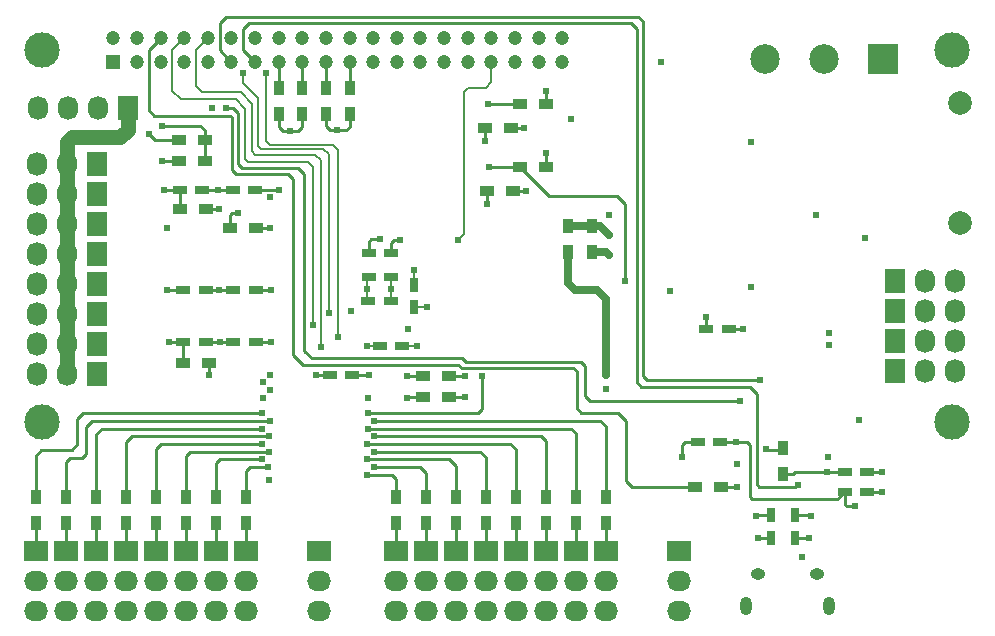
<source format=gbr>
G04 #@! TF.FileFunction,Copper,L4,Bot,Signal*
%FSLAX46Y46*%
G04 Gerber Fmt 4.6, Leading zero omitted, Abs format (unit mm)*
G04 Created by KiCad (PCBNEW (2015-11-11 BZR 6310)-product) date Wed 23 Dec 2015 07:39:48 PM CST*
%MOMM*%
G01*
G04 APERTURE LIST*
%ADD10C,0.100000*%
%ADD11C,3.000000*%
%ADD12R,1.727200X2.032000*%
%ADD13O,1.727200X2.032000*%
%ADD14O,1.250000X0.950000*%
%ADD15O,1.000000X1.550000*%
%ADD16R,2.032000X1.727200*%
%ADD17O,2.032000X1.727200*%
%ADD18R,0.900000X1.200000*%
%ADD19R,1.200000X0.900000*%
%ADD20R,0.750000X1.200000*%
%ADD21R,1.200000X0.750000*%
%ADD22C,2.500000*%
%ADD23R,2.500000X2.500000*%
%ADD24R,1.200000X1.200000*%
%ADD25C,1.200000*%
%ADD26C,1.998980*%
%ADD27C,0.609600*%
%ADD28C,0.203200*%
%ADD29C,0.254000*%
%ADD30C,0.635000*%
%ADD31C,1.270000*%
G04 APERTURE END LIST*
D10*
D11*
X188100000Y-111500000D03*
X111100000Y-111500000D03*
X188100000Y-80000000D03*
X111100000Y-80000000D03*
D12*
X183300000Y-99520000D03*
D13*
X185840000Y-99520000D03*
X188380000Y-99520000D03*
D12*
X183300000Y-102060000D03*
D13*
X185840000Y-102060000D03*
X188380000Y-102060000D03*
D12*
X183300000Y-104600000D03*
D13*
X185840000Y-104600000D03*
X188380000Y-104600000D03*
D12*
X183300000Y-107140000D03*
D13*
X185840000Y-107140000D03*
X188380000Y-107140000D03*
D12*
X115736000Y-89614000D03*
D13*
X113196000Y-89614000D03*
X110656000Y-89614000D03*
D12*
X115736000Y-92154000D03*
D13*
X113196000Y-92154000D03*
X110656000Y-92154000D03*
D12*
X115736000Y-94694000D03*
D13*
X113196000Y-94694000D03*
X110656000Y-94694000D03*
D12*
X115736000Y-97234000D03*
D13*
X113196000Y-97234000D03*
X110656000Y-97234000D03*
D12*
X115736000Y-99774000D03*
D13*
X113196000Y-99774000D03*
X110656000Y-99774000D03*
D12*
X115736000Y-102314000D03*
D13*
X113196000Y-102314000D03*
X110656000Y-102314000D03*
D12*
X115736000Y-104854000D03*
D13*
X113196000Y-104854000D03*
X110656000Y-104854000D03*
D12*
X115736000Y-107394000D03*
D13*
X113196000Y-107394000D03*
X110656000Y-107394000D03*
D14*
X171655100Y-124373460D03*
X176655100Y-124373460D03*
D15*
X170655100Y-127073460D03*
X177655100Y-127073460D03*
D16*
X110529000Y-122380000D03*
D17*
X110529000Y-124920000D03*
X110529000Y-127460000D03*
D16*
X113069000Y-122380000D03*
D17*
X113069000Y-124920000D03*
X113069000Y-127460000D03*
D16*
X115609000Y-122380000D03*
D17*
X115609000Y-124920000D03*
X115609000Y-127460000D03*
D16*
X118149000Y-122380000D03*
D17*
X118149000Y-124920000D03*
X118149000Y-127460000D03*
D16*
X120689000Y-122380000D03*
D17*
X120689000Y-124920000D03*
X120689000Y-127460000D03*
D16*
X123229000Y-122380000D03*
D17*
X123229000Y-124920000D03*
X123229000Y-127460000D03*
D16*
X125769000Y-122380000D03*
D17*
X125769000Y-124920000D03*
X125769000Y-127460000D03*
D16*
X128309000Y-122380000D03*
D17*
X128309000Y-124920000D03*
X128309000Y-127460000D03*
D16*
X141009000Y-122380000D03*
D17*
X141009000Y-124920000D03*
X141009000Y-127460000D03*
D16*
X143549000Y-122380000D03*
D17*
X143549000Y-124920000D03*
X143549000Y-127460000D03*
D16*
X146089000Y-122380000D03*
D17*
X146089000Y-124920000D03*
X146089000Y-127460000D03*
D16*
X148629000Y-122380000D03*
D17*
X148629000Y-124920000D03*
X148629000Y-127460000D03*
D16*
X151169000Y-122380000D03*
D17*
X151169000Y-124920000D03*
X151169000Y-127460000D03*
D16*
X153709000Y-122380000D03*
D17*
X153709000Y-124920000D03*
X153709000Y-127460000D03*
D16*
X156249000Y-122380000D03*
D17*
X156249000Y-124920000D03*
X156249000Y-127460000D03*
D16*
X158789000Y-122380000D03*
D17*
X158789000Y-124920000D03*
X158789000Y-127460000D03*
D18*
X131090000Y-85380000D03*
X131090000Y-83180000D03*
X133100000Y-85380000D03*
X133100000Y-83180000D03*
X173810000Y-113700000D03*
X173810000Y-115900000D03*
X135090000Y-85380000D03*
X135090000Y-83180000D03*
X137100000Y-85380000D03*
X137100000Y-83180000D03*
D19*
X148746000Y-91904000D03*
X150946000Y-91904000D03*
X148596000Y-86594000D03*
X150796000Y-86594000D03*
X153720000Y-89880000D03*
X151520000Y-89880000D03*
X145550000Y-107570000D03*
X143350000Y-107570000D03*
X145550000Y-109410000D03*
X143350000Y-109410000D03*
D18*
X110529000Y-120051000D03*
X110529000Y-117851000D03*
X113069000Y-120051000D03*
X113069000Y-117851000D03*
D19*
X123010000Y-106500000D03*
X125210000Y-106500000D03*
X122730000Y-93490000D03*
X124930000Y-93490000D03*
X124860000Y-87650000D03*
X122660000Y-87650000D03*
X124880000Y-89430000D03*
X122680000Y-89430000D03*
X126980000Y-95070000D03*
X129180000Y-95070000D03*
D18*
X115609000Y-120051000D03*
X115609000Y-117851000D03*
X118149000Y-120051000D03*
X118149000Y-117851000D03*
X120689000Y-120051000D03*
X120689000Y-117851000D03*
X123229000Y-120051000D03*
X123229000Y-117851000D03*
X125769000Y-120051000D03*
X125769000Y-117851000D03*
X128309000Y-120051000D03*
X128309000Y-117851000D03*
X141009000Y-120051000D03*
X141009000Y-117851000D03*
X143549000Y-120051000D03*
X143549000Y-117851000D03*
X146089000Y-120051000D03*
X146089000Y-117851000D03*
X148629000Y-120051000D03*
X148629000Y-117851000D03*
X151169000Y-120051000D03*
X151169000Y-117851000D03*
X153709000Y-120051000D03*
X153709000Y-117851000D03*
X156249000Y-120051000D03*
X156249000Y-117851000D03*
X158789000Y-120051000D03*
X158789000Y-117851000D03*
D16*
X134532000Y-122380000D03*
D17*
X134532000Y-124920000D03*
X134532000Y-127460000D03*
D16*
X165012000Y-122380000D03*
D17*
X165012000Y-124920000D03*
X165012000Y-127460000D03*
D18*
X157660000Y-94870000D03*
X157660000Y-97070000D03*
X155614000Y-94864000D03*
X155614000Y-97064000D03*
D20*
X172802000Y-121298000D03*
X172802000Y-119398000D03*
X174834000Y-121298000D03*
X174834000Y-119398000D03*
D21*
X168490000Y-113160000D03*
X166590000Y-113160000D03*
D19*
X153740000Y-84570000D03*
X151540000Y-84570000D03*
D21*
X129170000Y-104680000D03*
X127270000Y-104680000D03*
X129130000Y-91810000D03*
X127230000Y-91810000D03*
X140595000Y-101265000D03*
X138695000Y-101265000D03*
X139640000Y-105030000D03*
X141540000Y-105030000D03*
X137340000Y-107490000D03*
X135440000Y-107490000D03*
X169200000Y-103600000D03*
X167300000Y-103600000D03*
D20*
X142575000Y-101775000D03*
X142575000Y-99875000D03*
D21*
X123010000Y-104690000D03*
X124910000Y-104690000D03*
X122750000Y-91810000D03*
X124650000Y-91810000D03*
X123010000Y-100270000D03*
X124910000Y-100270000D03*
X129170000Y-100270000D03*
X127270000Y-100270000D03*
D12*
X118310000Y-84890000D03*
D13*
X115770000Y-84890000D03*
X113230000Y-84890000D03*
X110690000Y-84890000D03*
D22*
X172284000Y-80724000D03*
D23*
X182284000Y-80724000D03*
D22*
X177284000Y-80724000D03*
D21*
X179010000Y-117400000D03*
X180910000Y-117400000D03*
X179010000Y-115720000D03*
X180910000Y-115720000D03*
D19*
X168540000Y-116980000D03*
X166340000Y-116980000D03*
D24*
X117100000Y-81000000D03*
D25*
X117100000Y-79000000D03*
X119100000Y-81000000D03*
X119100000Y-79000000D03*
X121100000Y-81000000D03*
X121100000Y-79000000D03*
X123100000Y-81000000D03*
X123100000Y-79000000D03*
X125100000Y-81000000D03*
X125100000Y-79000000D03*
X127100000Y-81000000D03*
X127100000Y-79000000D03*
X129100000Y-81000000D03*
X129100000Y-79000000D03*
X131100000Y-81000000D03*
X131100000Y-79000000D03*
X133100000Y-81000000D03*
X133100000Y-79000000D03*
X135100000Y-81000000D03*
X135100000Y-79000000D03*
X137100000Y-81000000D03*
X137100000Y-79000000D03*
X139100000Y-81000000D03*
X139100000Y-79000000D03*
X141100000Y-81000000D03*
X141100000Y-79000000D03*
X143100000Y-81000000D03*
X143100000Y-79000000D03*
X145100000Y-81000000D03*
X145100000Y-79000000D03*
X147100000Y-81000000D03*
X147100000Y-79000000D03*
X149100000Y-81000000D03*
X149100000Y-79000000D03*
X151100000Y-81000000D03*
X151100000Y-79000000D03*
X153100000Y-81000000D03*
X153100000Y-79000000D03*
X155100000Y-81000000D03*
X155100000Y-79000000D03*
D21*
X138712000Y-97176000D03*
X140612000Y-97176000D03*
X140612000Y-99208000D03*
X138712000Y-99208000D03*
D26*
X188750000Y-94650000D03*
X188750000Y-84490000D03*
D27*
X142070000Y-103580000D03*
X138580000Y-105060000D03*
X131170000Y-91810000D03*
X127680000Y-93780000D03*
X132100000Y-86870000D03*
X136050000Y-86800000D03*
X148740000Y-93000000D03*
X148590000Y-87660000D03*
X130410000Y-104690000D03*
X130420000Y-100270000D03*
X152050000Y-91890000D03*
X160430000Y-99570000D03*
X148950000Y-89890000D03*
X151890000Y-86580000D03*
X138630000Y-110740000D03*
X148820000Y-84580000D03*
X148300000Y-107560000D03*
X141375000Y-96075000D03*
X142575000Y-98625000D03*
X142780000Y-105030000D03*
X137230000Y-102060000D03*
X130280000Y-116380000D03*
X129750000Y-109440000D03*
X138640000Y-109440000D03*
X130360000Y-92450000D03*
X126110000Y-104680000D03*
X167290000Y-102630000D03*
X159070000Y-97330000D03*
X180760000Y-95910000D03*
X177730000Y-104950000D03*
X177720000Y-103960000D03*
X164250000Y-100360000D03*
X138585000Y-100255000D03*
X134270000Y-107490000D03*
X182180000Y-117400000D03*
X182200000Y-115720000D03*
X165260000Y-114440000D03*
X171510000Y-119410000D03*
X176140000Y-119410000D03*
X159090000Y-93950000D03*
X171110000Y-100100000D03*
X176570000Y-93930000D03*
X171120000Y-87750000D03*
X155850000Y-85830000D03*
X163500000Y-81000000D03*
X177570000Y-114450000D03*
X169870000Y-115080000D03*
X175450000Y-122960000D03*
X130350000Y-107490000D03*
X129750000Y-108140000D03*
X130350000Y-108790000D03*
X125970000Y-91810000D03*
X126080000Y-100270000D03*
X121660000Y-95070000D03*
X121260000Y-86390000D03*
X171700000Y-121300000D03*
X175975000Y-121300000D03*
X159090000Y-95630000D03*
X172330000Y-113810000D03*
X139665000Y-96025000D03*
X153740000Y-83440000D03*
X153720000Y-88740000D03*
X125470000Y-84900000D03*
X125210000Y-107500000D03*
X126030000Y-93490000D03*
X180270000Y-111310000D03*
X170420000Y-103610000D03*
X146890000Y-109410000D03*
X146890000Y-107570000D03*
X138740000Y-107490000D03*
X121640000Y-100280000D03*
X141990000Y-107560000D03*
X141980000Y-109420000D03*
X129720000Y-110740000D03*
X130330000Y-111390000D03*
X121780000Y-104690000D03*
X121390000Y-91810000D03*
X120110000Y-87090000D03*
X121220000Y-89430000D03*
X130380000Y-95070000D03*
X129660000Y-112040000D03*
X130280000Y-112680000D03*
X129670000Y-113340000D03*
X130270000Y-113990000D03*
X129650000Y-114630000D03*
X130170000Y-115280000D03*
X138620000Y-115950000D03*
X139200000Y-115290000D03*
X138610000Y-114640000D03*
X139210000Y-113990000D03*
X138610000Y-113340000D03*
X139190000Y-112690000D03*
X138640000Y-112040000D03*
X139210000Y-111390000D03*
X171880000Y-107900000D03*
X158850000Y-107520000D03*
X158850000Y-108690000D03*
X175030000Y-116790000D03*
X140575000Y-100225000D03*
X143625000Y-101775000D03*
X134660000Y-105160000D03*
X146275000Y-96075000D03*
X135330000Y-102290000D03*
X128080000Y-81900000D03*
X134040000Y-103270000D03*
X136100000Y-104260000D03*
X130060000Y-81900000D03*
X179930000Y-118590000D03*
X169810000Y-113160000D03*
X177540000Y-115710000D03*
X126660000Y-84920000D03*
X170190000Y-109710000D03*
X169870000Y-116980000D03*
D28*
X139610000Y-105060000D02*
X138580000Y-105060000D01*
X139610000Y-105060000D02*
X139640000Y-105030000D01*
D29*
X131170000Y-91810000D02*
X129130000Y-91810000D01*
X126980000Y-93980000D02*
X127180000Y-93780000D01*
X127180000Y-93780000D02*
X127680000Y-93780000D01*
X126980000Y-93980000D02*
X126980000Y-95070000D01*
X148746000Y-92994000D02*
X148740000Y-93000000D01*
X148746000Y-91904000D02*
X148746000Y-92994000D01*
X137100000Y-85380000D02*
X137100000Y-86470000D01*
X135090000Y-86450000D02*
X135440000Y-86800000D01*
X135440000Y-86800000D02*
X136050000Y-86800000D01*
X135090000Y-86450000D02*
X135090000Y-85380000D01*
X136770000Y-86800000D02*
X136050000Y-86800000D01*
X137100000Y-86470000D02*
X136770000Y-86800000D01*
X133100000Y-85380000D02*
X133100000Y-86530000D01*
X133100000Y-86530000D02*
X132760000Y-86870000D01*
X132760000Y-86870000D02*
X132100000Y-86870000D01*
X131090000Y-86510000D02*
X131450000Y-86870000D01*
X131090000Y-86510000D02*
X131090000Y-85380000D01*
X131450000Y-86870000D02*
X132100000Y-86870000D01*
X148596000Y-86594000D02*
X148596000Y-87654000D01*
X148596000Y-87654000D02*
X148590000Y-87660000D01*
X130400000Y-104680000D02*
X129170000Y-104680000D01*
X130410000Y-104690000D02*
X130400000Y-104680000D01*
X129170000Y-100270000D02*
X130420000Y-100270000D01*
X152050000Y-91890000D02*
X152036000Y-91904000D01*
X152036000Y-91904000D02*
X150946000Y-91904000D01*
X159760000Y-92370000D02*
X154010000Y-92370000D01*
X160430000Y-93040000D02*
X159760000Y-92370000D01*
X160430000Y-99570000D02*
X160430000Y-93040000D01*
X154010000Y-92370000D02*
X151520000Y-89880000D01*
X148960000Y-89880000D02*
X151520000Y-89880000D01*
X148950000Y-89890000D02*
X148960000Y-89880000D01*
X151876000Y-86594000D02*
X150796000Y-86594000D01*
X151890000Y-86580000D02*
X151876000Y-86594000D01*
X148830000Y-84570000D02*
X151540000Y-84570000D01*
X148820000Y-84580000D02*
X148830000Y-84570000D01*
X148300000Y-110420000D02*
X148300000Y-107560000D01*
X147990000Y-110730000D02*
X148300000Y-110420000D01*
X138640000Y-110730000D02*
X147990000Y-110730000D01*
X138630000Y-110740000D02*
X138640000Y-110730000D01*
X110529000Y-120051000D02*
X110529000Y-122380000D01*
X140612000Y-97176000D02*
X140612000Y-96313000D01*
X140850000Y-96075000D02*
X141375000Y-96075000D01*
X140612000Y-96313000D02*
X140850000Y-96075000D01*
D28*
X142575000Y-99875000D02*
X142575000Y-98625000D01*
X141540000Y-105030000D02*
X142780000Y-105030000D01*
D30*
X157660000Y-97070000D02*
X158810000Y-97070000D01*
X158810000Y-97070000D02*
X159070000Y-97330000D01*
D29*
X167300000Y-103600000D02*
X167300000Y-102640000D01*
X167300000Y-102640000D02*
X167290000Y-102630000D01*
X158810000Y-97070000D02*
X159070000Y-97330000D01*
D28*
X138585000Y-100255000D02*
X138585000Y-101155000D01*
X138585000Y-101155000D02*
X138695000Y-101265000D01*
X138585000Y-100255000D02*
X138585000Y-99335000D01*
X138585000Y-99335000D02*
X138712000Y-99208000D01*
D29*
X135440000Y-107490000D02*
X134270000Y-107490000D01*
X180910000Y-117400000D02*
X182180000Y-117400000D01*
X180910000Y-115720000D02*
X182200000Y-115720000D01*
X166590000Y-113160000D02*
X165520000Y-113160000D01*
X165260000Y-113420000D02*
X165260000Y-114440000D01*
X165520000Y-113160000D02*
X165260000Y-113420000D01*
X172802000Y-119398000D02*
X171522000Y-119398000D01*
X171522000Y-119398000D02*
X171510000Y-119410000D01*
X174834000Y-119398000D02*
X176128000Y-119398000D01*
X176128000Y-119398000D02*
X176140000Y-119410000D01*
X124650000Y-91810000D02*
X125970000Y-91810000D01*
X125970000Y-91810000D02*
X127230000Y-91810000D01*
X124910000Y-100270000D02*
X126080000Y-100270000D01*
X127270000Y-100270000D02*
X126080000Y-100270000D01*
X124910000Y-104690000D02*
X126100000Y-104690000D01*
X126110000Y-104680000D02*
X127270000Y-104680000D01*
X126100000Y-104690000D02*
X126110000Y-104680000D01*
X113069000Y-120051000D02*
X113069000Y-122380000D01*
X115609000Y-120051000D02*
X115609000Y-122380000D01*
X118149000Y-120051000D02*
X118149000Y-122380000D01*
X120689000Y-120051000D02*
X120689000Y-122380000D01*
X123229000Y-120051000D02*
X123229000Y-122380000D01*
X125769000Y-120051000D02*
X125769000Y-122380000D01*
X128309000Y-120051000D02*
X128309000Y-122380000D01*
X141009000Y-122380000D02*
X141009000Y-120051000D01*
X143549000Y-122380000D02*
X143549000Y-120051000D01*
X146089000Y-122380000D02*
X146089000Y-120051000D01*
X148629000Y-122380000D02*
X148629000Y-120051000D01*
X151169000Y-122380000D02*
X151169000Y-120051000D01*
X153709000Y-122380000D02*
X153709000Y-120051000D01*
X156249000Y-122380000D02*
X156249000Y-120051000D01*
X158789000Y-122380000D02*
X158789000Y-120051000D01*
X124860000Y-87650000D02*
X124860000Y-89410000D01*
X124860000Y-89410000D02*
X124880000Y-89430000D01*
X124860000Y-86780000D02*
X124860000Y-87650000D01*
X124470000Y-86390000D02*
X124860000Y-86780000D01*
X121260000Y-86390000D02*
X124470000Y-86390000D01*
D31*
X113196000Y-89614000D02*
X113196000Y-87814000D01*
X118310000Y-86790000D02*
X118310000Y-84890000D01*
X117700000Y-87400000D02*
X118310000Y-86790000D01*
X113610000Y-87400000D02*
X117700000Y-87400000D01*
X113196000Y-87814000D02*
X113610000Y-87400000D01*
X113196000Y-92154000D02*
X113196000Y-89614000D01*
X113196000Y-94694000D02*
X113196000Y-92154000D01*
X113196000Y-97234000D02*
X113196000Y-94694000D01*
X113196000Y-99774000D02*
X113196000Y-97234000D01*
X113196000Y-102314000D02*
X113196000Y-99774000D01*
X113196000Y-104854000D02*
X113196000Y-102314000D01*
X113196000Y-107394000D02*
X113196000Y-104854000D01*
D29*
X172802000Y-121298000D02*
X171702000Y-121298000D01*
X171702000Y-121298000D02*
X171700000Y-121300000D01*
X174834000Y-121298000D02*
X175973000Y-121298000D01*
X175973000Y-121298000D02*
X175975000Y-121300000D01*
D30*
X157660000Y-94870000D02*
X158330000Y-94870000D01*
X158330000Y-94870000D02*
X159090000Y-95630000D01*
X155614000Y-94864000D02*
X157654000Y-94864000D01*
X157654000Y-94864000D02*
X157660000Y-94870000D01*
D29*
X157660000Y-94870000D02*
X155620000Y-94870000D01*
X155620000Y-94870000D02*
X155614000Y-94864000D01*
X131090000Y-83180000D02*
X131090000Y-81010000D01*
X131090000Y-81010000D02*
X131100000Y-81000000D01*
X133100000Y-83180000D02*
X133100000Y-81000000D01*
X172340000Y-113820000D02*
X173690000Y-113820000D01*
X172330000Y-113810000D02*
X172340000Y-113820000D01*
X173690000Y-113820000D02*
X173810000Y-113700000D01*
X135090000Y-83180000D02*
X135090000Y-81010000D01*
X135090000Y-81010000D02*
X135100000Y-81000000D01*
X137100000Y-83180000D02*
X137100000Y-81000000D01*
X153720000Y-89880000D02*
X153720000Y-88740000D01*
X153740000Y-84570000D02*
X153740000Y-83440000D01*
X125210000Y-106500000D02*
X125210000Y-107500000D01*
X124930000Y-93490000D02*
X126030000Y-93490000D01*
X169200000Y-103600000D02*
X170410000Y-103600000D01*
X170410000Y-103600000D02*
X170420000Y-103610000D01*
X138712000Y-97176000D02*
X138712000Y-96238000D01*
X138925000Y-96025000D02*
X139665000Y-96025000D01*
X138712000Y-96238000D02*
X138925000Y-96025000D01*
X145550000Y-109410000D02*
X146890000Y-109410000D01*
X145550000Y-107570000D02*
X146890000Y-107570000D01*
X138740000Y-107490000D02*
X137340000Y-107490000D01*
X123010000Y-100270000D02*
X121650000Y-100270000D01*
X121650000Y-100270000D02*
X121640000Y-100280000D01*
X143350000Y-107570000D02*
X142000000Y-107570000D01*
X142000000Y-107570000D02*
X141990000Y-107560000D01*
X143350000Y-109410000D02*
X141990000Y-109410000D01*
X141990000Y-109410000D02*
X141980000Y-109420000D01*
X129720000Y-110740000D02*
X114540000Y-110740000D01*
X110529000Y-117851000D02*
X110529000Y-114331000D01*
X111000000Y-113860000D02*
X110529000Y-114331000D01*
X113570000Y-113860000D02*
X111000000Y-113860000D01*
X114050000Y-113380000D02*
X113570000Y-113860000D01*
X114050000Y-111230000D02*
X114050000Y-113380000D01*
X114540000Y-110740000D02*
X114050000Y-111230000D01*
X130320000Y-111400000D02*
X115300000Y-111400000D01*
X130330000Y-111390000D02*
X130320000Y-111400000D01*
X113069000Y-117851000D02*
X113069000Y-114871000D01*
X113430000Y-114510000D02*
X113069000Y-114871000D01*
X114490000Y-114510000D02*
X113430000Y-114510000D01*
X114830000Y-114170000D02*
X114490000Y-114510000D01*
X114830000Y-111870000D02*
X114830000Y-114170000D01*
X115300000Y-111400000D02*
X114830000Y-111870000D01*
X123010000Y-106500000D02*
X123010000Y-104690000D01*
X121780000Y-104690000D02*
X123010000Y-104690000D01*
X122730000Y-93490000D02*
X122730000Y-91830000D01*
X122730000Y-91830000D02*
X122750000Y-91810000D01*
X121390000Y-91810000D02*
X122750000Y-91810000D01*
X122660000Y-87650000D02*
X120670000Y-87650000D01*
X120670000Y-87650000D02*
X120110000Y-87090000D01*
X122680000Y-89430000D02*
X121220000Y-89430000D01*
X130380000Y-95070000D02*
X129180000Y-95070000D01*
X115609000Y-112541000D02*
X115609000Y-117851000D01*
X116110000Y-112040000D02*
X115609000Y-112541000D01*
X129660000Y-112040000D02*
X116110000Y-112040000D01*
X118670000Y-112680000D02*
X130280000Y-112680000D01*
X118670000Y-112680000D02*
X118149000Y-113201000D01*
X118149000Y-117851000D02*
X118149000Y-113201000D01*
X120689000Y-113791000D02*
X120689000Y-117851000D01*
X121150000Y-113330000D02*
X120689000Y-113791000D01*
X129660000Y-113330000D02*
X121150000Y-113330000D01*
X129670000Y-113340000D02*
X129660000Y-113330000D01*
X123610000Y-113990000D02*
X130270000Y-113990000D01*
X123610000Y-113990000D02*
X123229000Y-114371000D01*
X123229000Y-117851000D02*
X123229000Y-114371000D01*
X129650000Y-114630000D02*
X126110000Y-114630000D01*
X126110000Y-114630000D02*
X125769000Y-114971000D01*
X125769000Y-117851000D02*
X125769000Y-114971000D01*
X128309000Y-115671000D02*
X128309000Y-117851000D01*
X128700000Y-115280000D02*
X128309000Y-115671000D01*
X130170000Y-115280000D02*
X128700000Y-115280000D01*
X141009000Y-116279000D02*
X141009000Y-117851000D01*
X140680000Y-115950000D02*
X141009000Y-116279000D01*
X138620000Y-115950000D02*
X140680000Y-115950000D01*
X143549000Y-115799000D02*
X143549000Y-117851000D01*
X143040000Y-115290000D02*
X143549000Y-115799000D01*
X139200000Y-115290000D02*
X143040000Y-115290000D01*
X146089000Y-115179000D02*
X146089000Y-117851000D01*
X145550000Y-114640000D02*
X146089000Y-115179000D01*
X138610000Y-114640000D02*
X145550000Y-114640000D01*
X139210000Y-113990000D02*
X148140000Y-113990000D01*
X148629000Y-114479000D02*
X148629000Y-117851000D01*
X148140000Y-113990000D02*
X148629000Y-114479000D01*
X148629000Y-117409000D02*
X148629000Y-117851000D01*
X151169000Y-113799000D02*
X151169000Y-117851000D01*
X150720000Y-113350000D02*
X151169000Y-113799000D01*
X138620000Y-113350000D02*
X150720000Y-113350000D01*
X138610000Y-113340000D02*
X138620000Y-113350000D01*
X153709000Y-113099000D02*
X153709000Y-117851000D01*
X153290000Y-112680000D02*
X153709000Y-113099000D01*
X139200000Y-112680000D02*
X153290000Y-112680000D01*
X139190000Y-112670000D02*
X139200000Y-112680000D01*
X139190000Y-112690000D02*
X139190000Y-112670000D01*
X156249000Y-112429000D02*
X156249000Y-117851000D01*
X155860000Y-112040000D02*
X156249000Y-112429000D01*
X138640000Y-112040000D02*
X155860000Y-112040000D01*
X158789000Y-111849000D02*
X158789000Y-117851000D01*
X158340000Y-111400000D02*
X158789000Y-111849000D01*
X139220000Y-111400000D02*
X158340000Y-111400000D01*
X139210000Y-111390000D02*
X139220000Y-111400000D01*
X127100000Y-81000000D02*
X126100000Y-80000000D01*
X126650000Y-77160000D02*
X161560000Y-77160000D01*
X126100000Y-77710000D02*
X126650000Y-77160000D01*
X126100000Y-80000000D02*
X126100000Y-77710000D01*
X161940000Y-77540000D02*
X161560000Y-77160000D01*
X161940000Y-107590000D02*
X161940000Y-77540000D01*
X162250000Y-107900000D02*
X161940000Y-107590000D01*
X171880000Y-107900000D02*
X162250000Y-107900000D01*
D30*
X155614000Y-98584000D02*
X155614000Y-99744000D01*
X158850000Y-101080000D02*
X158850000Y-107520000D01*
X158070000Y-100300000D02*
X158850000Y-101080000D01*
X156170000Y-100300000D02*
X158070000Y-100300000D01*
X155614000Y-99744000D02*
X156170000Y-100300000D01*
X155614000Y-97064000D02*
X155614000Y-98584000D01*
X155614000Y-98584000D02*
X155620000Y-98590000D01*
D29*
X155614000Y-98584000D02*
X155620000Y-98590000D01*
X129100000Y-81000000D02*
X128090000Y-79990000D01*
X128600000Y-77720000D02*
X160960000Y-77720000D01*
X128090000Y-78230000D02*
X128600000Y-77720000D01*
X128090000Y-79990000D02*
X128090000Y-78230000D01*
X161420000Y-78180000D02*
X160960000Y-77720000D01*
X161420000Y-108110000D02*
X161420000Y-78180000D01*
X161820000Y-108510000D02*
X161420000Y-108110000D01*
X171000000Y-108510000D02*
X161820000Y-108510000D01*
X171600000Y-109110000D02*
X171000000Y-108510000D01*
X171600000Y-116770000D02*
X171600000Y-109110000D01*
X171810000Y-116980000D02*
X171600000Y-116770000D01*
X174840000Y-116980000D02*
X171810000Y-116980000D01*
X175030000Y-116790000D02*
X174840000Y-116980000D01*
D28*
X140575000Y-100225000D02*
X140575000Y-101245000D01*
X140575000Y-101245000D02*
X140595000Y-101265000D01*
X140575000Y-99245000D02*
X140575000Y-100225000D01*
X140575000Y-99245000D02*
X140612000Y-99208000D01*
X143625000Y-101775000D02*
X142575000Y-101775000D01*
X125100000Y-79000000D02*
X125090000Y-79000000D01*
X125090000Y-79000000D02*
X124130000Y-79960000D01*
X134660000Y-89345000D02*
X134660000Y-105160000D01*
X134165000Y-88850000D02*
X134660000Y-89345000D01*
X129090000Y-88850000D02*
X134165000Y-88850000D01*
X128820000Y-88580000D02*
X129090000Y-88850000D01*
X128820000Y-84537000D02*
X128820000Y-88580000D01*
X127873000Y-83590000D02*
X128820000Y-84537000D01*
X124650000Y-83590000D02*
X127873000Y-83590000D01*
X124130000Y-83070000D02*
X124650000Y-83590000D01*
X124130000Y-79960000D02*
X124130000Y-83070000D01*
X125100000Y-79000000D02*
X125100000Y-79010000D01*
X149100000Y-82700000D02*
X149100000Y-81000000D01*
X148625000Y-83175000D02*
X149100000Y-82700000D01*
X147125000Y-83175000D02*
X148625000Y-83175000D01*
X146775000Y-83525000D02*
X147125000Y-83175000D01*
X146775000Y-95575000D02*
X146775000Y-83525000D01*
X146275000Y-96075000D02*
X146775000Y-95575000D01*
X135330000Y-88820000D02*
X135330000Y-102290000D01*
X134890000Y-88380000D02*
X135330000Y-88820000D01*
X129620000Y-88380000D02*
X134890000Y-88380000D01*
X129330000Y-88090000D02*
X129620000Y-88380000D01*
X129330000Y-84033000D02*
X129330000Y-88090000D01*
X128080000Y-82783000D02*
X129330000Y-84033000D01*
X128080000Y-81900000D02*
X128080000Y-82783000D01*
X123100000Y-79000000D02*
X122100000Y-80000000D01*
X122840000Y-84180000D02*
X127510000Y-84180000D01*
X122100000Y-83440000D02*
X122840000Y-84180000D01*
X122100000Y-80000000D02*
X122100000Y-83440000D01*
X127510000Y-84180000D02*
X128280000Y-84950000D01*
X128280000Y-84950000D02*
X128280000Y-89210000D01*
X128280000Y-89210000D02*
X128510000Y-89440000D01*
X128510000Y-89440000D02*
X133595000Y-89440000D01*
X133595000Y-89440000D02*
X134040000Y-89885000D01*
X134040000Y-89885000D02*
X134040000Y-103270000D01*
X136100000Y-88435000D02*
X136100000Y-104260000D01*
X135663998Y-87998998D02*
X136100000Y-88435000D01*
X130358998Y-87998998D02*
X135663998Y-87998998D01*
X130060000Y-87700000D02*
X130358998Y-87998998D01*
X130060000Y-81900000D02*
X130060000Y-87700000D01*
D29*
X171020000Y-113460000D02*
X171020000Y-117860000D01*
X178380000Y-118030000D02*
X179010000Y-117400000D01*
X171190000Y-118030000D02*
X178380000Y-118030000D01*
X171020000Y-117860000D02*
X171190000Y-118030000D01*
X179930000Y-118590000D02*
X179140000Y-118590000D01*
X179140000Y-118590000D02*
X179010000Y-118460000D01*
X179010000Y-118460000D02*
X179010000Y-117400000D01*
X168490000Y-113160000D02*
X169810000Y-113160000D01*
X169810000Y-113160000D02*
X170720000Y-113160000D01*
X170720000Y-113160000D02*
X171020000Y-113460000D01*
X177540000Y-115710000D02*
X179000000Y-115710000D01*
X179000000Y-115710000D02*
X179010000Y-115720000D01*
X174640000Y-115900000D02*
X173810000Y-115900000D01*
X174830000Y-115710000D02*
X174640000Y-115900000D01*
X177540000Y-115710000D02*
X174830000Y-115710000D01*
X133900000Y-106110000D02*
X146640000Y-106110000D01*
X132745000Y-90010000D02*
X127990000Y-90010000D01*
X127990000Y-90010000D02*
X127640000Y-89660000D01*
X127640000Y-89660000D02*
X127640000Y-85350000D01*
X127640000Y-85350000D02*
X127210000Y-84920000D01*
X127210000Y-84920000D02*
X126660000Y-84920000D01*
X133240000Y-90505000D02*
X132745000Y-90010000D01*
X133240000Y-105450000D02*
X133240000Y-90505000D01*
X156660000Y-106420000D02*
X146950000Y-106420000D01*
X157020000Y-106780000D02*
X156660000Y-106420000D01*
X157020000Y-109310000D02*
X157020000Y-106780000D01*
X157420000Y-109710000D02*
X157020000Y-109310000D01*
X170190000Y-109710000D02*
X157420000Y-109710000D01*
X133900000Y-106110000D02*
X133240000Y-105450000D01*
X146640000Y-106110000D02*
X146950000Y-106420000D01*
X169860000Y-116980000D02*
X168540000Y-116980000D01*
X169870000Y-116990000D02*
X169860000Y-116980000D01*
X169870000Y-116980000D02*
X169870000Y-116990000D01*
X133120000Y-106640000D02*
X146320000Y-106640000D01*
X133120000Y-106640000D02*
X132320000Y-105840000D01*
X132320000Y-105840000D02*
X132320000Y-90890000D01*
X132320000Y-90890000D02*
X131880000Y-90450000D01*
X131880000Y-90450000D02*
X127450000Y-90450000D01*
X127450000Y-90450000D02*
X127110000Y-90110000D01*
X127110000Y-90110000D02*
X127110000Y-85690000D01*
X127110000Y-85690000D02*
X126960000Y-85540000D01*
X126960000Y-85540000D02*
X120560000Y-85540000D01*
X120560000Y-85540000D02*
X120100000Y-85080000D01*
X120100000Y-85080000D02*
X120100000Y-80000000D01*
X121100000Y-79000000D02*
X120100000Y-80000000D01*
X159870000Y-110720000D02*
X156730000Y-110720000D01*
X146591802Y-106911802D02*
X146320000Y-106640000D01*
X156021802Y-106911802D02*
X146591802Y-106911802D01*
X156320000Y-107210000D02*
X156021802Y-106911802D01*
X156320000Y-110310000D02*
X156320000Y-107210000D01*
X156730000Y-110720000D02*
X156320000Y-110310000D01*
X161030000Y-116980000D02*
X166340000Y-116980000D01*
X160520000Y-111370000D02*
X159870000Y-110720000D01*
X160520000Y-116470000D02*
X160520000Y-111370000D01*
X161030000Y-116980000D02*
X160520000Y-116470000D01*
M02*

</source>
